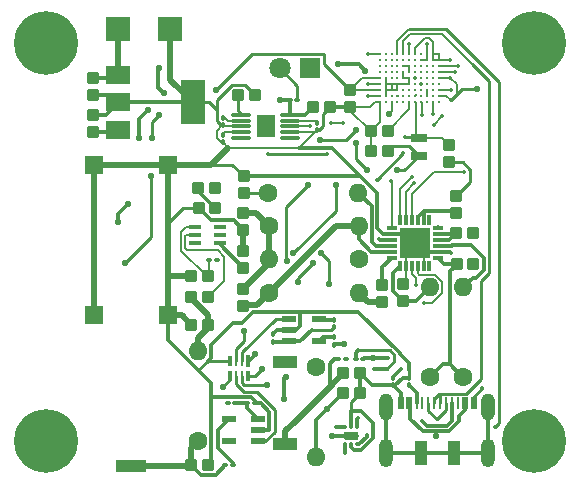
<source format=gtl>
%TF.GenerationSoftware,KiCad,Pcbnew,7.0.5*%
%TF.CreationDate,2023-07-26T15:19:29-04:00*%
%TF.ProjectId,GPSPCB,47505350-4342-42e6-9b69-6361645f7063,00*%
%TF.SameCoordinates,Original*%
%TF.FileFunction,Copper,L1,Top*%
%TF.FilePolarity,Positive*%
%FSLAX46Y46*%
G04 Gerber Fmt 4.6, Leading zero omitted, Abs format (unit mm)*
G04 Created by KiCad (PCBNEW 7.0.5) date 2023-07-26 15:19:29*
%MOMM*%
%LPD*%
G01*
G04 APERTURE LIST*
G04 Aperture macros list*
%AMRoundRect*
0 Rectangle with rounded corners*
0 $1 Rounding radius*
0 $2 $3 $4 $5 $6 $7 $8 $9 X,Y pos of 4 corners*
0 Add a 4 corners polygon primitive as box body*
4,1,4,$2,$3,$4,$5,$6,$7,$8,$9,$2,$3,0*
0 Add four circle primitives for the rounded corners*
1,1,$1+$1,$2,$3*
1,1,$1+$1,$4,$5*
1,1,$1+$1,$6,$7*
1,1,$1+$1,$8,$9*
0 Add four rect primitives between the rounded corners*
20,1,$1+$1,$2,$3,$4,$5,0*
20,1,$1+$1,$4,$5,$6,$7,0*
20,1,$1+$1,$6,$7,$8,$9,0*
20,1,$1+$1,$8,$9,$2,$3,0*%
%AMFreePoly0*
4,1,14,0.100000,0.600000,0.350000,0.600000,0.350000,-0.600000,0.100000,-0.600000,0.100000,-0.650000,-0.100000,-0.650000,-0.100000,-0.600000,-0.350000,-0.600000,-0.350000,0.450000,-0.200000,0.600000,-0.100000,0.600000,-0.100000,0.650000,0.100000,0.650000,0.100000,0.600000,0.100000,0.600000,$1*%
G04 Aperture macros list end*
%TA.AperFunction,SMDPad,CuDef*%
%ADD10RoundRect,0.250000X-0.287500X-0.275000X0.287500X-0.275000X0.287500X0.275000X-0.287500X0.275000X0*%
%TD*%
%TA.AperFunction,SMDPad,CuDef*%
%ADD11RoundRect,0.100000X-0.100000X0.130000X-0.100000X-0.130000X0.100000X-0.130000X0.100000X0.130000X0*%
%TD*%
%TA.AperFunction,ComponentPad*%
%ADD12C,1.600000*%
%TD*%
%TA.AperFunction,ComponentPad*%
%ADD13O,1.600000X1.600000*%
%TD*%
%TA.AperFunction,SMDPad,CuDef*%
%ADD14RoundRect,0.250000X0.275000X-0.287500X0.275000X0.287500X-0.275000X0.287500X-0.275000X-0.287500X0*%
%TD*%
%TA.AperFunction,SMDPad,CuDef*%
%ADD15RoundRect,0.250000X-0.275000X0.287500X-0.275000X-0.287500X0.275000X-0.287500X0.275000X0.287500X0*%
%TD*%
%TA.AperFunction,ComponentPad*%
%ADD16R,1.800000X1.800000*%
%TD*%
%TA.AperFunction,ComponentPad*%
%ADD17C,1.800000*%
%TD*%
%TA.AperFunction,SMDPad,CuDef*%
%ADD18RoundRect,0.100000X-0.130000X-0.100000X0.130000X-0.100000X0.130000X0.100000X-0.130000X0.100000X0*%
%TD*%
%TA.AperFunction,ConnectorPad*%
%ADD19C,5.400000*%
%TD*%
%TA.AperFunction,ComponentPad*%
%ADD20C,3.100000*%
%TD*%
%TA.AperFunction,SMDPad,CuDef*%
%ADD21RoundRect,0.250000X0.287500X0.275000X-0.287500X0.275000X-0.287500X-0.275000X0.287500X-0.275000X0*%
%TD*%
%TA.AperFunction,ComponentPad*%
%ADD22O,1.200000X2.400000*%
%TD*%
%TA.AperFunction,ComponentPad*%
%ADD23O,1.158000X2.316000*%
%TD*%
%TA.AperFunction,SMDPad,CuDef*%
%ADD24R,1.000000X2.000000*%
%TD*%
%TA.AperFunction,SMDPad,CuDef*%
%ADD25R,0.520000X1.000000*%
%TD*%
%TA.AperFunction,SMDPad,CuDef*%
%ADD26R,0.270000X1.000000*%
%TD*%
%TA.AperFunction,SMDPad,CuDef*%
%ADD27R,1.200000X0.600000*%
%TD*%
%TA.AperFunction,SMDPad,CuDef*%
%ADD28O,1.699999X0.299999*%
%TD*%
%TA.AperFunction,SMDPad,CuDef*%
%ADD29R,1.569999X1.879999*%
%TD*%
%TA.AperFunction,SMDPad,CuDef*%
%ADD30R,1.050000X0.400000*%
%TD*%
%TA.AperFunction,SMDPad,CuDef*%
%ADD31R,2.000000X2.000000*%
%TD*%
%TA.AperFunction,SMDPad,CuDef*%
%ADD32R,1.400000X0.700000*%
%TD*%
%TA.AperFunction,SMDPad,CuDef*%
%ADD33R,2.000000X1.000000*%
%TD*%
%TA.AperFunction,SMDPad,CuDef*%
%ADD34RoundRect,0.100000X0.100000X-0.130000X0.100000X0.130000X-0.100000X0.130000X-0.100000X-0.130000X0*%
%TD*%
%TA.AperFunction,SMDPad,CuDef*%
%ADD35R,1.500000X1.500000*%
%TD*%
%TA.AperFunction,SMDPad,CuDef*%
%ADD36R,2.500000X1.000000*%
%TD*%
%TA.AperFunction,SMDPad,CuDef*%
%ADD37FreePoly0,90.000000*%
%TD*%
%TA.AperFunction,SMDPad,CuDef*%
%ADD38RoundRect,0.062500X0.062500X-0.112500X0.062500X0.112500X-0.062500X0.112500X-0.062500X-0.112500X0*%
%TD*%
%TA.AperFunction,SMDPad,CuDef*%
%ADD39R,2.000000X1.500000*%
%TD*%
%TA.AperFunction,SMDPad,CuDef*%
%ADD40R,2.000000X3.800000*%
%TD*%
%TA.AperFunction,SMDPad,CuDef*%
%ADD41R,0.300000X1.000000*%
%TD*%
%TA.AperFunction,SMDPad,CuDef*%
%ADD42R,0.250000X0.950000*%
%TD*%
%TA.AperFunction,SMDPad,CuDef*%
%ADD43R,0.300000X0.950000*%
%TD*%
%TA.AperFunction,SMDPad,CuDef*%
%ADD44R,0.300000X0.850000*%
%TD*%
%TA.AperFunction,SMDPad,CuDef*%
%ADD45R,0.850000X0.300000*%
%TD*%
%TA.AperFunction,SMDPad,CuDef*%
%ADD46R,2.650000X2.650000*%
%TD*%
%TA.AperFunction,SMDPad,CuDef*%
%ADD47C,0.290000*%
%TD*%
%TA.AperFunction,SMDPad,CuDef*%
%ADD48RoundRect,0.100000X0.130000X0.100000X-0.130000X0.100000X-0.130000X-0.100000X0.130000X-0.100000X0*%
%TD*%
%TA.AperFunction,ViaPad*%
%ADD49C,0.700010*%
%TD*%
%TA.AperFunction,ViaPad*%
%ADD50C,0.300010*%
%TD*%
%TA.AperFunction,ViaPad*%
%ADD51C,0.350000*%
%TD*%
%TA.AperFunction,ViaPad*%
%ADD52C,0.550000*%
%TD*%
%TA.AperFunction,Conductor*%
%ADD53C,0.250000*%
%TD*%
%TA.AperFunction,Conductor*%
%ADD54C,0.300000*%
%TD*%
%TA.AperFunction,Conductor*%
%ADD55C,0.500000*%
%TD*%
%TA.AperFunction,Conductor*%
%ADD56C,0.200000*%
%TD*%
%TA.AperFunction,Conductor*%
%ADD57C,0.130000*%
%TD*%
G04 APERTURE END LIST*
D10*
%TO.P,C14,1*%
%TO.N,Net-(IC3-VREG)*%
X71797500Y-59660000D03*
%TO.P,C14,2*%
%TO.N,-BATT*%
X73222500Y-59660000D03*
%TD*%
%TO.P,C9,2*%
%TO.N,-BATT*%
X63645000Y-68895000D03*
%TO.P,C9,1*%
%TO.N,Net-(ANT1-FEED)*%
X62220000Y-68895000D03*
%TD*%
D11*
%TO.P,R5,1*%
%TO.N,Net-(U4-PRE-TERM)*%
X52017500Y-48697500D03*
%TO.P,R5,2*%
%TO.N,-BATT*%
X52017500Y-49337500D03*
%TD*%
D12*
%TO.P,L3,1,1*%
%TO.N,Net-(IC3-VREG)*%
X69530000Y-69230000D03*
D13*
%TO.P,L3,2,2*%
%TO.N,Net-(IC3-VDD_IN)*%
X69530000Y-61610000D03*
%TD*%
D14*
%TO.P,C18,1*%
%TO.N,Net-(IC3-VDD_IN)*%
X67280000Y-62782500D03*
%TO.P,C18,2*%
%TO.N,-BATT*%
X67280000Y-61357500D03*
%TD*%
D15*
%TO.P,C15,1*%
%TO.N,+1V1*%
X62810000Y-44895000D03*
%TO.P,C15,2*%
%TO.N,-BATT*%
X62810000Y-46320000D03*
%TD*%
D16*
%TO.P,D2,1,K*%
%TO.N,Net-(D2-K)*%
X59357500Y-43052500D03*
D17*
%TO.P,D2,2,A*%
%TO.N,Net-(D2-A)*%
X56817500Y-43052500D03*
%TD*%
D18*
%TO.P,R14,1*%
%TO.N,ANTOUT*%
X52210000Y-76670000D03*
%TO.P,R14,2*%
%TO.N,Net-(IC5-IN-)*%
X52850000Y-76670000D03*
%TD*%
D19*
%TO.P,H4,1*%
%TO.N,N/C*%
X37010000Y-74660000D03*
D20*
X37010000Y-74660000D03*
%TD*%
D14*
%TO.P,C19,1*%
%TO.N,-BATT*%
X53750000Y-56765000D03*
%TO.P,C19,2*%
%TO.N,Net-(C13-Pad1)*%
X53750000Y-55340000D03*
%TD*%
D21*
%TO.P,C4,1*%
%TO.N,CrystalB*%
X65975000Y-50090000D03*
%TO.P,C4,2*%
%TO.N,-BATT*%
X64550000Y-50090000D03*
%TD*%
D22*
%TO.P,J1,S6,SHIELD*%
%TO.N,unconnected-(J1-SHIELD-PadS1)*%
X74480000Y-75600000D03*
%TO.P,J1,S5,SHIELD*%
X65840000Y-75600000D03*
D23*
%TO.P,J1,S4,SHIELD*%
X74480000Y-71775000D03*
%TO.P,J1,S3,SHIELD*%
X65840000Y-71775000D03*
D24*
%TO.P,J1,S2,SHIELD*%
X71560000Y-75600000D03*
%TO.P,J1,S1,SHIELD*%
X68760000Y-75600000D03*
D25*
%TO.P,J1,12,GND*%
%TO.N,-BATT*%
X73260000Y-71400000D03*
%TO.P,J1,11,VBUS*%
%TO.N,BATTICIN*%
X72510000Y-71400000D03*
D26*
%TO.P,J1,10,SBU1*%
%TO.N,unconnected-(J1-SBU1-Pad10)*%
X71910000Y-71400000D03*
%TO.P,J1,9,CC2*%
%TO.N,Net-(J1-CC2)*%
X71410000Y-71400000D03*
%TO.P,J1,8,D-*%
%TO.N,D-*%
X70910000Y-71400000D03*
%TO.P,J1,7,D+*%
%TO.N,D+*%
X70410000Y-71400000D03*
%TO.P,J1,6,D+*%
X69910000Y-71400000D03*
%TO.P,J1,5,D-*%
%TO.N,D-*%
X69410000Y-71400000D03*
%TO.P,J1,4,SBU2*%
%TO.N,unconnected-(J1-SBU2-Pad4)*%
X68910000Y-71400000D03*
%TO.P,J1,3,CC1*%
%TO.N,Net-(J1-CC1)*%
X68410000Y-71400000D03*
D25*
%TO.P,J1,2,VBUS*%
%TO.N,BATTICIN*%
X67810000Y-71400000D03*
%TO.P,J1,1,GND*%
%TO.N,-BATT*%
X67060000Y-71400000D03*
%TD*%
D15*
%TO.P,C16,1*%
%TO.N,Net-(IC3-VR_PA)*%
X65510000Y-61415000D03*
%TO.P,C16,2*%
%TO.N,Net-(C16-Pad2)*%
X65510000Y-62840000D03*
%TD*%
D12*
%TO.P,L2,1,1*%
%TO.N,Net-(IC3-RFO)*%
X55890000Y-62080000D03*
D13*
%TO.P,L2,2,2*%
%TO.N,Net-(C16-Pad2)*%
X63510000Y-62080000D03*
%TD*%
D11*
%TO.P,R9,1*%
%TO.N,+1V1*%
X61380000Y-64355000D03*
%TO.P,R9,2*%
%TO.N,Net-(IC2-IN+)*%
X61380000Y-64995000D03*
%TD*%
%TO.P,R4,1*%
%TO.N,Net-(U4-ISET)*%
X52017500Y-47232500D03*
%TO.P,R4,2*%
%TO.N,-BATT*%
X52017500Y-47872500D03*
%TD*%
D27*
%TO.P,IC2,5,V+*%
%TO.N,+1V1*%
X60120000Y-64280000D03*
%TO.P,IC2,4,IN-*%
%TO.N,Net-(IC2-IN-)*%
X60120000Y-66180000D03*
%TO.P,IC2,3,IN+*%
%TO.N,Net-(IC2-IN+)*%
X57620000Y-66180000D03*
%TO.P,IC2,2,V-*%
%TO.N,-BATT*%
X57620000Y-65230000D03*
%TO.P,IC2,1,OUT*%
%TO.N,OP1_OUT*%
X57620000Y-64280000D03*
%TD*%
D28*
%TO.P,U4,1,IN*%
%TO.N,BATTICIN*%
X53577502Y-46992499D03*
%TO.P,U4,2,ISET*%
%TO.N,Net-(U4-ISET)*%
X53577502Y-47492498D03*
%TO.P,U4,3,VSS*%
%TO.N,-BATT*%
X53577502Y-47992500D03*
%TO.P,U4,4,PRE-TERM*%
%TO.N,Net-(U4-PRE-TERM)*%
X53577502Y-48492499D03*
%TO.P,U4,5,PG_N*%
%TO.N,unconnected-(U4-PG_N-Pad5)*%
X53577502Y-48992501D03*
%TO.P,U4,6,NC*%
%TO.N,unconnected-(U4-NC-Pad6)*%
X57677501Y-48992501D03*
%TO.P,U4,7,ISET2*%
%TO.N,-BATT*%
X57677501Y-48492499D03*
%TO.P,U4,8,CHG_N*%
%TO.N,Net-(D2-K)*%
X57677501Y-47992500D03*
%TO.P,U4,9,TS*%
%TO.N,Net-(U4-TS)*%
X57677501Y-47492498D03*
%TO.P,U4,10,OUT*%
%TO.N,+1V0*%
X57677501Y-46992499D03*
D29*
%TO.P,U4,11,PAD*%
%TO.N,unconnected-(U4-PAD-Pad11)*%
X55627500Y-47992500D03*
%TD*%
D18*
%TO.P,R7,1*%
%TO.N,+1V0*%
X57667500Y-45752500D03*
%TO.P,R7,2*%
%TO.N,Net-(D2-A)*%
X58307500Y-45752500D03*
%TD*%
D27*
%TO.P,IC5,1,OUT*%
%TO.N,OutDelayed*%
X55020000Y-74650000D03*
%TO.P,IC5,2,V-*%
%TO.N,-BATT*%
X55020000Y-73700000D03*
%TO.P,IC5,3,IN+*%
%TO.N,Net-(IC5-IN+)*%
X55020000Y-72750000D03*
%TO.P,IC5,4,IN-*%
%TO.N,Net-(IC5-IN-)*%
X52520000Y-72750000D03*
%TO.P,IC5,5,V+*%
%TO.N,+1V1*%
X52520000Y-74650000D03*
%TD*%
D30*
%TO.P,IC4,1,RF1*%
%TO.N,RF1*%
X51740000Y-57820000D03*
%TO.P,IC4,2,GND*%
%TO.N,-BATT*%
X51740000Y-57170000D03*
%TO.P,IC4,3,RF2*%
%TO.N,RF2*%
X51740000Y-56520000D03*
%TO.P,IC4,4,CTRL*%
%TO.N,Net-(IC4-CTRL)*%
X49640000Y-56520000D03*
%TO.P,IC4,5,RFC*%
%TO.N,Net-(IC4-RFC)*%
X49640000Y-57170000D03*
%TO.P,IC4,6,~{CTRL_OR_VDD}*%
%TO.N,+1V5*%
X49640000Y-57820000D03*
%TD*%
D11*
%TO.P,R6,1*%
%TO.N,Net-(U4-TS)*%
X59970000Y-47670000D03*
%TO.P,R6,2*%
%TO.N,-BATT*%
X59970000Y-48310000D03*
%TD*%
D31*
%TO.P,TP2,1,1*%
%TO.N,-BATT*%
X47540000Y-39710000D03*
%TD*%
D14*
%TO.P,C12,1*%
%TO.N,Net-(IC3-BUSY)*%
X71770000Y-55280000D03*
%TO.P,C12,2*%
%TO.N,-BATT*%
X71770000Y-53855000D03*
%TD*%
D21*
%TO.P,C23,1*%
%TO.N,RF2*%
X51385000Y-54890000D03*
%TO.P,C23,2*%
%TO.N,-BATT*%
X49960000Y-54890000D03*
%TD*%
D15*
%TO.P,C5,1*%
%TO.N,CrystalA*%
X71160000Y-49570000D03*
%TO.P,C5,2*%
%TO.N,-BATT*%
X71160000Y-50995000D03*
%TD*%
D20*
%TO.P,H2,1*%
%TO.N,N/C*%
X78370000Y-40940000D03*
D19*
X78370000Y-40940000D03*
%TD*%
D12*
%TO.P,Le,1,1*%
%TO.N,RF1*%
X63510000Y-59200000D03*
D13*
%TO.P,Le,2,2*%
%TO.N,Net-(C13-Pad1)*%
X55890000Y-59200000D03*
%TD*%
D12*
%TO.P,L7,1,1*%
%TO.N,Net-(IC3-RFI_P)*%
X55870000Y-53590000D03*
D13*
%TO.P,L7,2,2*%
%TO.N,Net-(IC3-RFI_N)*%
X63490000Y-53590000D03*
%TD*%
D32*
%TO.P,Y2,1,1*%
%TO.N,CrystalA*%
X68610000Y-48950000D03*
%TO.P,Y2,2,2*%
%TO.N,CrystalB*%
X68610000Y-50450000D03*
%TD*%
D33*
%TO.P,ANT1,2,NC*%
%TO.N,unconnected-(ANT1-NC-Pad2)*%
X57307500Y-67915000D03*
%TO.P,ANT1,1,FEED*%
%TO.N,Net-(ANT1-FEED)*%
X57307500Y-74915000D03*
%TD*%
D12*
%TO.P,L4,1,1*%
%TO.N,Net-(IC3-VREG)*%
X72374315Y-69240000D03*
D13*
%TO.P,L4,2,2*%
%TO.N,Net-(IC3-DCC_SW)*%
X72374315Y-61620000D03*
%TD*%
D14*
%TO.P,C21,1*%
%TO.N,Net-(IC3-RFI_P)*%
X53780000Y-53600000D03*
%TO.P,C21,2*%
%TO.N,-BATT*%
X53780000Y-52175000D03*
%TD*%
D21*
%TO.P,C22,1*%
%TO.N,Net-(IC3-RFI_N)*%
X51340000Y-53200000D03*
%TO.P,C22,2*%
%TO.N,RF2*%
X49915000Y-53200000D03*
%TD*%
D13*
%TO.P,L1,2,2*%
%TO.N,+1V0*%
X59907500Y-75995000D03*
D12*
%TO.P,L1,1,1*%
%TO.N,Net-(U2-VCC)*%
X59907500Y-68375000D03*
%TD*%
D15*
%TO.P,C6,1*%
%TO.N,+1V0*%
X40980000Y-43920000D03*
%TO.P,C6,2*%
%TO.N,-BATT*%
X40980000Y-45345000D03*
%TD*%
D18*
%TO.P,R16,2*%
%TO.N,-BATT*%
X54710000Y-71440000D03*
%TO.P,R16,1*%
%TO.N,Net-(IC5-IN+)*%
X54070000Y-71440000D03*
%TD*%
D34*
%TO.P,R10,2*%
%TO.N,-BATT*%
X56280000Y-65560000D03*
%TO.P,R10,1*%
%TO.N,Net-(IC2-IN+)*%
X56280000Y-66200000D03*
%TD*%
D35*
%TO.P,ANT2,1,1*%
%TO.N,-BATT*%
X47340000Y-51220000D03*
%TO.P,ANT2,2,2*%
X41120000Y-51220000D03*
%TO.P,ANT2,3,3*%
X47340000Y-63980000D03*
%TO.P,ANT2,4,4*%
X41120000Y-63980000D03*
D36*
%TO.P,ANT2,5,FEED*%
%TO.N,ANTOUT*%
X44230000Y-76730000D03*
%TD*%
D34*
%TO.P,R2,2*%
%TO.N,Net-(J1-CC2)*%
X66440000Y-69260000D03*
%TO.P,R2,1*%
%TO.N,-BATT*%
X66440000Y-69900000D03*
%TD*%
D37*
%TO.P,U2,7,EP*%
%TO.N,Net-(U2-EP)*%
X62867500Y-74165000D03*
D38*
%TO.P,U2,6,VCC*%
%TO.N,Net-(U2-VCC)*%
X62367500Y-73440000D03*
%TO.P,U2,5,GND*%
%TO.N,-BATT*%
X62867500Y-73440000D03*
%TO.P,U2,4,RFOUT*%
%TO.N,LNA_OUT*%
X63367500Y-73440000D03*
%TO.P,U2,3,RFIN*%
%TO.N,Net-(ANT1-FEED)*%
X63367500Y-74890000D03*
%TO.P,U2,2,GND*%
%TO.N,-BATT*%
X62867500Y-74890000D03*
%TO.P,U2,1,VENABLE*%
%TO.N,Net-(U2-VENABLE)*%
X62367500Y-74890000D03*
%TD*%
D10*
%TO.P,C8,2*%
%TO.N,-BATT*%
X63642500Y-70515000D03*
%TO.P,C8,1*%
%TO.N,+1V0*%
X62217500Y-70515000D03*
%TD*%
D39*
%TO.P,U3,1,IN*%
%TO.N,+1V0*%
X43150000Y-43650000D03*
%TO.P,U3,2,GND*%
%TO.N,-BATT*%
X43150000Y-45950000D03*
D40*
X49450000Y-45950000D03*
D39*
%TO.P,U3,3,OUT*%
%TO.N,+1V5*%
X43150000Y-48250000D03*
%TD*%
D41*
%TO.P,IC6,1,1A*%
%TO.N,LNA_OUT*%
X54140000Y-67875000D03*
D42*
%TO.P,IC6,2,1B*%
%TO.N,OP1_OUT*%
X53640000Y-67850000D03*
%TO.P,IC6,3,2Y*%
%TO.N,SLEEP*%
X53140000Y-67850000D03*
D43*
%TO.P,IC6,4,GND*%
%TO.N,-BATT*%
X52640000Y-67850000D03*
%TO.P,IC6,5,2A*%
%TO.N,ANTOUT*%
X52640000Y-69100000D03*
D42*
%TO.P,IC6,6,2B*%
%TO.N,OutDelayed*%
X53140000Y-69100000D03*
%TO.P,IC6,7,1Y*%
%TO.N,LNA_IN*%
X53640000Y-69100000D03*
D43*
%TO.P,IC6,8,VCC*%
%TO.N,+1V5*%
X54140000Y-69100000D03*
%TD*%
D21*
%TO.P,C10,1*%
%TO.N,-BATT*%
X61060000Y-46320000D03*
%TO.P,C10,2*%
%TO.N,+1V0*%
X59635000Y-46320000D03*
%TD*%
D44*
%TO.P,IC3,1,VDD_IN*%
%TO.N,Net-(IC3-VDD_IN)*%
X67000000Y-59820000D03*
%TO.P,IC3,2,GND_1*%
%TO.N,-BATT*%
X67500000Y-59820000D03*
%TO.P,IC3,3,XTA*%
%TO.N,CrystalA*%
X68000000Y-59820000D03*
%TO.P,IC3,4,XTB*%
%TO.N,CrystalB*%
X68500000Y-59820000D03*
%TO.P,IC3,5,GND_2*%
%TO.N,-BATT*%
X69000000Y-59820000D03*
%TO.P,IC3,6,DIO3*%
%TO.N,DIO3*%
X69500000Y-59820000D03*
D45*
%TO.P,IC3,7,VREG*%
%TO.N,Net-(IC3-VREG)*%
X70200000Y-59120000D03*
%TO.P,IC3,8,GND_3*%
%TO.N,-BATT*%
X70200000Y-58620000D03*
%TO.P,IC3,9,DCC_SW*%
%TO.N,Net-(IC3-DCC_SW)*%
X70200000Y-58120000D03*
%TO.P,IC3,10,VBAT*%
%TO.N,Net-(IC3-VBAT)*%
X70200000Y-57620000D03*
%TO.P,IC3,11,VBAT_IO*%
X70200000Y-57120000D03*
%TO.P,IC3,12,DIO2*%
%TO.N,DIO2*%
X70200000Y-56620000D03*
D44*
%TO.P,IC3,13,DIO1*%
%TO.N,DIO1*%
X69500000Y-55920000D03*
%TO.P,IC3,14,BUSY*%
%TO.N,Net-(IC3-BUSY)*%
X69000000Y-55920000D03*
%TO.P,IC3,15,NRESET*%
X68500000Y-55920000D03*
%TO.P,IC3,16,MISO*%
%TO.N,MISO*%
X68000000Y-55920000D03*
%TO.P,IC3,17,MOSI*%
%TO.N,MOSI*%
X67500000Y-55920000D03*
%TO.P,IC3,18,SCK*%
%TO.N,SPICLK*%
X67000000Y-55920000D03*
D45*
%TO.P,IC3,19,NSS*%
%TO.N,NSS*%
X66300000Y-56620000D03*
%TO.P,IC3,20,GND_4*%
%TO.N,-BATT*%
X66300000Y-57120000D03*
%TO.P,IC3,21,RFI_P*%
%TO.N,Net-(IC3-RFI_P)*%
X66300000Y-57620000D03*
%TO.P,IC3,22,RFI_N*%
%TO.N,Net-(IC3-RFI_N)*%
X66300000Y-58120000D03*
%TO.P,IC3,23,RFO*%
%TO.N,Net-(IC3-RFO)*%
X66300000Y-58620000D03*
%TO.P,IC3,24,VR_PA*%
%TO.N,Net-(IC3-VR_PA)*%
X66300000Y-59120000D03*
D46*
%TO.P,IC3,25,GND_5*%
%TO.N,-BATT*%
X68250000Y-57870000D03*
%TD*%
D20*
%TO.P,H3,1*%
%TO.N,N/C*%
X78360000Y-74660000D03*
D19*
X78360000Y-74660000D03*
%TD*%
D12*
%TO.P,L8,1,1*%
%TO.N,ANTOUT*%
X49910000Y-74630000D03*
D13*
%TO.P,L8,2,2*%
%TO.N,Net-(C24-Pad2)*%
X49910000Y-67010000D03*
%TD*%
D14*
%TO.P,C7,1*%
%TO.N,+1V5*%
X40980000Y-48425000D03*
%TO.P,C7,2*%
%TO.N,-BATT*%
X40980000Y-47000000D03*
%TD*%
D21*
%TO.P,C11,1*%
%TO.N,-BATT*%
X54710000Y-45292500D03*
%TO.P,C11,2*%
%TO.N,BATTICIN*%
X53285000Y-45292500D03*
%TD*%
%TO.P,C25,1*%
%TO.N,Net-(C24-Pad2)*%
X50775000Y-64810000D03*
%TO.P,C25,2*%
%TO.N,-BATT*%
X49350000Y-64810000D03*
%TD*%
D20*
%TO.P,H1,1*%
%TO.N,N/C*%
X37030000Y-40940000D03*
D19*
X37030000Y-40940000D03*
%TD*%
D47*
%TO.P,IC1,A1,VINM_1*%
%TO.N,+1V0*%
X70290000Y-41890000D03*
%TO.P,IC1,A2,VINM_2*%
X70290000Y-42390000D03*
%TO.P,IC1,A3,SPI_CLK*%
%TO.N,SPICLK*%
X70290000Y-42890000D03*
%TO.P,IC1,A4,SPI_CSN*%
%TO.N,NSS*%
X70290000Y-43390000D03*
%TO.P,IC1,A5,VINL1*%
%TO.N,+1V0*%
X70290000Y-43890000D03*
%TO.P,IC1,A6,VOL1*%
%TO.N,unconnected-(IC1-VOL1-PadA6)*%
X70290000Y-44390000D03*
%TO.P,IC1,A7,GND_1*%
%TO.N,-BATT*%
X70290000Y-44890000D03*
%TO.P,IC1,A8,VINB*%
%TO.N,+1V0*%
X70290000Y-45390000D03*
%TO.P,IC1,A9,VOB*%
%TO.N,unconnected-(IC1-VOB-PadA9)*%
X70290000Y-45890000D03*
%TO.P,IC1,B1,VLX_1*%
%TO.N,+1V0*%
X69790000Y-41890000D03*
%TO.P,IC1,B2,VLX_2*%
X69790000Y-42390000D03*
%TO.P,IC1,B3,SPI_DI*%
%TO.N,MISO*%
X69790000Y-42890000D03*
%TO.P,IC1,B4,UART0__TX_1*%
%TO.N,unconnected-(IC1-UART0__TX_1-PadB4)*%
X69790000Y-43390000D03*
%TO.P,IC1,B5,UART0__CTS*%
%TO.N,unconnected-(IC1-UART0__CTS-PadB5)*%
X69790000Y-43890000D03*
%TO.P,IC1,B6,UART2__RX*%
%TO.N,unconnected-(IC1-UART2__RX-PadB6)*%
X69790000Y-44390000D03*
%TO.P,IC1,B7,GPIO1*%
%TO.N,unconnected-(IC1-GPIO1-PadB7)*%
X69790000Y-44890000D03*
%TO.P,IC1,B8,GPIO0*%
%TO.N,unconnected-(IC1-GPIO0-PadB8)*%
X69790000Y-45390000D03*
%TO.P,IC1,B9,GND_2*%
%TO.N,-BATT*%
X69790000Y-45890000D03*
%TO.P,IC1,C1,GND_3*%
X69290000Y-41890000D03*
%TO.P,IC1,C2,GND_4*%
X69290000Y-42390000D03*
%TO.P,IC1,C3,SPI_DO*%
%TO.N,MOSI*%
X69290000Y-42890000D03*
%TO.P,IC1,C4,VDDIO__R1*%
%TO.N,+1V5*%
X69290000Y-43390000D03*
%TO.P,IC1,C5,UART2__TX*%
%TO.N,unconnected-(IC1-UART2__TX-PadC5)*%
X69290000Y-43890000D03*
%TO.P,IC1,C6,UART0__RTS*%
%TO.N,unconnected-(IC1-UART0__RTS-PadC6)*%
X69290000Y-44390000D03*
%TO.P,IC1,C7,VDD_SQI*%
%TO.N,+1V5*%
X69290000Y-44890000D03*
%TO.P,IC1,C8,VDD__ADC*%
X69290000Y-45390000D03*
%TO.P,IC1,C9,RESERVED*%
%TO.N,unconnected-(IC1-RESERVED-PadC9)*%
X69290000Y-45890000D03*
%TO.P,IC1,D1,VOM*%
%TO.N,unconnected-(IC1-VOM-PadD1)*%
X68790000Y-41890000D03*
%TO.P,IC1,D2,GND_5*%
%TO.N,-BATT*%
X68790000Y-42390000D03*
%TO.P,IC1,D3,TMS*%
%TO.N,unconnected-(IC1-TMS-PadD3)*%
X68790000Y-42890000D03*
%TO.P,IC1,D4,UART0__DSR*%
%TO.N,unconnected-(IC1-UART0__DSR-PadD4)*%
X68790000Y-43390000D03*
%TO.P,IC1,D5,UART0__DTR*%
%TO.N,unconnected-(IC1-UART0__DTR-PadD5)*%
X68790000Y-43890000D03*
%TO.P,IC1,D6,GND_6*%
%TO.N,-BATT*%
X68790000Y-44390000D03*
%TO.P,IC1,D7,ADC_IN2*%
%TO.N,unconnected-(IC1-ADC_IN2-PadD7)*%
X68790000Y-44890000D03*
%TO.P,IC1,D8,GND_7*%
%TO.N,-BATT*%
X68790000Y-45390000D03*
%TO.P,IC1,D9,RTC_XTO*%
%TO.N,CrystalB*%
X68790000Y-45890000D03*
%TO.P,IC1,E1,VDD_ANA*%
%TO.N,+1V0*%
X68290000Y-41890000D03*
%TO.P,IC1,E2,TDO*%
%TO.N,unconnected-(IC1-TDO-PadE2)*%
X68290000Y-42390000D03*
%TO.P,IC1,E3,TRSTN*%
%TO.N,unconnected-(IC1-TRSTN-PadE3)*%
X68290000Y-42890000D03*
%TO.P,IC1,E4,UART0__DCD*%
%TO.N,unconnected-(IC1-UART0__DCD-PadE4)*%
X68290000Y-43390000D03*
%TO.P,IC1,E5,VDDD_1*%
%TO.N,+1V1*%
X68290000Y-43890000D03*
%TO.P,IC1,E6,UART0__RX_1*%
%TO.N,unconnected-(IC1-UART0__RX_1-PadE6)*%
X68290000Y-44390000D03*
%TO.P,IC1,E7,ADC_IN1*%
%TO.N,unconnected-(IC1-ADC_IN1-PadE7)*%
X68290000Y-44890000D03*
%TO.P,IC1,E8,WAKEUP0*%
%TO.N,LNA_OUT*%
X68290000Y-45390000D03*
%TO.P,IC1,E9,RTC_XTI*%
%TO.N,CrystalA*%
X68290000Y-45890000D03*
%TO.P,IC1,F1,GND_8*%
%TO.N,-BATT*%
X67790000Y-41890000D03*
%TO.P,IC1,F2,TDI*%
%TO.N,unconnected-(IC1-TDI-PadF2)*%
X67790000Y-42390000D03*
%TO.P,IC1,F3,VDDD_2*%
%TO.N,+1V1*%
X67790000Y-42890000D03*
%TO.P,IC1,F4,VDDD_3*%
X67790000Y-43390000D03*
%TO.P,IC1,F5,GND_9*%
%TO.N,-BATT*%
X67790000Y-43890000D03*
%TO.P,IC1,F6,GND_10*%
X67790000Y-44390000D03*
%TO.P,IC1,F7,WAKEUP1*%
%TO.N,unconnected-(IC1-WAKEUP1-PadF7)*%
X67790000Y-44890000D03*
%TO.P,IC1,F8,STDBYN*%
%TO.N,SLEEP*%
X67790000Y-45390000D03*
%TO.P,IC1,F9,RSTN*%
%TO.N,Net-(IC1-RSTN)*%
X67790000Y-45890000D03*
%TO.P,IC1,G1,USB_DP*%
%TO.N,D+*%
X67290000Y-41890000D03*
%TO.P,IC1,G2,TCK*%
%TO.N,unconnected-(IC1-TCK-PadG2)*%
X67290000Y-42390000D03*
%TO.P,IC1,G3,VDDD_4*%
%TO.N,+1V1*%
X67290000Y-42890000D03*
%TO.P,IC1,G4,GND_11*%
%TO.N,-BATT*%
X67290000Y-43390000D03*
%TO.P,IC1,G5,GND_12*%
X67290000Y-43890000D03*
%TO.P,IC1,G6,GND_13*%
X67290000Y-44390000D03*
%TO.P,IC1,G7,STDBY__OUT*%
%TO.N,unconnected-(IC1-STDBY__OUT-PadG7)*%
X67290000Y-44890000D03*
%TO.P,IC1,G8,PMU__CFG*%
%TO.N,unconnected-(IC1-PMU__CFG-PadG8)*%
X67290000Y-45390000D03*
%TO.P,IC1,G9,XTAL__OUT*%
%TO.N,unconnected-(IC1-XTAL__OUT-PadG9)*%
X67290000Y-45890000D03*
%TO.P,IC1,H1,USB_DM*%
%TO.N,D-*%
X66790000Y-41890000D03*
%TO.P,IC1,H2,GPIO10*%
%TO.N,unconnected-(IC1-GPIO10-PadH2)*%
X66790000Y-42390000D03*
%TO.P,IC1,H3,MMC_D3*%
%TO.N,unconnected-(IC1-MMC_D3-PadH3)*%
X66790000Y-42890000D03*
%TO.P,IC1,H4,MMC__CLK*%
%TO.N,unconnected-(IC1-MMC__CLK-PadH4)*%
X66790000Y-43390000D03*
%TO.P,IC1,H5,TP_IF_N*%
%TO.N,unconnected-(IC1-TP_IF_N-PadH5)*%
X66790000Y-43890000D03*
%TO.P,IC1,H6,GND_14*%
%TO.N,-BATT*%
X66790000Y-44390000D03*
%TO.P,IC1,H7,GND_15*%
X66790000Y-44890000D03*
%TO.P,IC1,H8,VCC_PLL*%
%TO.N,+1V1*%
X66790000Y-45390000D03*
%TO.P,IC1,H9,XTAL_IN*%
%TO.N,unconnected-(IC1-XTAL_IN-PadH9)*%
X66790000Y-45890000D03*
%TO.P,IC1,J1,UART0__TX_2*%
%TO.N,unconnected-(IC1-UART0__TX_2-PadJ1)*%
X66290000Y-41890000D03*
%TO.P,IC1,J2,GPIO11*%
%TO.N,unconnected-(IC1-GPIO11-PadJ2)*%
X66290000Y-42390000D03*
%TO.P,IC1,J3,MMC_D2*%
%TO.N,unconnected-(IC1-MMC_D2-PadJ3)*%
X66290000Y-42890000D03*
%TO.P,IC1,J4,MMC__CMD*%
%TO.N,unconnected-(IC1-MMC__CMD-PadJ4)*%
X66290000Y-43390000D03*
%TO.P,IC1,J5,TP_IF_P*%
%TO.N,unconnected-(IC1-TP_IF_P-PadJ5)*%
X66290000Y-43890000D03*
%TO.P,IC1,J6,GND_16*%
%TO.N,-BATT*%
X66290000Y-44390000D03*
%TO.P,IC1,J7,GND_17*%
X66290000Y-44890000D03*
%TO.P,IC1,J8,ANT__SENSE2*%
%TO.N,unconnected-(IC1-ANT__SENSE2-PadJ8)*%
X66290000Y-45390000D03*
%TO.P,IC1,J9,VCC_CHAIN*%
%TO.N,+1V1*%
X66290000Y-45890000D03*
%TO.P,IC1,K1,UART0__RX_2*%
%TO.N,unconnected-(IC1-UART0__RX_2-PadK1)*%
X65790000Y-41890000D03*
%TO.P,IC1,K2,VDDIO__R2*%
%TO.N,unconnected-(IC1-VDDIO__R2-PadK2)*%
X65790000Y-42390000D03*
%TO.P,IC1,K3,GPIO2*%
%TO.N,unconnected-(IC1-GPIO2-PadK3)*%
X65790000Y-42890000D03*
%TO.P,IC1,K4,MMC_D1*%
%TO.N,unconnected-(IC1-MMC_D1-PadK4)*%
X65790000Y-43390000D03*
%TO.P,IC1,K5,GND_18*%
%TO.N,-BATT*%
X65790000Y-43890000D03*
%TO.P,IC1,K6,GND_19*%
X65790000Y-44390000D03*
%TO.P,IC1,K7,GND_20*%
X65790000Y-44890000D03*
%TO.P,IC1,K8,GND_LNA*%
X65790000Y-45390000D03*
%TO.P,IC1,K9,ANT__SENSE1*%
%TO.N,unconnected-(IC1-ANT__SENSE1-PadK9)*%
X65790000Y-45890000D03*
%TO.P,IC1,L1,GND_21*%
%TO.N,-BATT*%
X65290000Y-41890000D03*
%TO.P,IC1,L2,I2C_SD*%
%TO.N,unconnected-(IC1-I2C_SD-PadL2)*%
X65290000Y-42390000D03*
%TO.P,IC1,L3,I2C_CLK*%
%TO.N,unconnected-(IC1-I2C_CLK-PadL3)*%
X65290000Y-42890000D03*
%TO.P,IC1,L4,MMC_D0*%
%TO.N,unconnected-(IC1-MMC_D0-PadL4)*%
X65290000Y-43390000D03*
%TO.P,IC1,L5,VCC_RF*%
%TO.N,+1V1*%
X65290000Y-43890000D03*
%TO.P,IC1,L6,LNA_IN*%
%TO.N,LNA_IN*%
X65290000Y-44390000D03*
%TO.P,IC1,L7,VOL2*%
%TO.N,+1V1*%
X65290000Y-44890000D03*
%TO.P,IC1,L8,VINL2*%
%TO.N,+1V0*%
X65290000Y-45390000D03*
%TO.P,IC1,L9,GND_22*%
%TO.N,-BATT*%
X65290000Y-45890000D03*
%TD*%
D21*
%TO.P,C24,1*%
%TO.N,Net-(IC4-RFC)*%
X50770000Y-62420000D03*
%TO.P,C24,2*%
%TO.N,Net-(C24-Pad2)*%
X49345000Y-62420000D03*
%TD*%
D18*
%TO.P,R3,2*%
%TO.N,+1V0*%
X63890000Y-67695000D03*
%TO.P,R3,1*%
%TO.N,Net-(U2-VENABLE)*%
X63250000Y-67695000D03*
%TD*%
%TO.P,R15,2*%
%TO.N,Net-(IC5-IN+)*%
X53070000Y-71440000D03*
%TO.P,R15,1*%
%TO.N,+1V1*%
X52430000Y-71440000D03*
%TD*%
D15*
%TO.P,C13,1*%
%TO.N,Net-(C13-Pad1)*%
X53730000Y-61730000D03*
%TO.P,C13,2*%
%TO.N,Net-(IC3-RFO)*%
X53730000Y-63155000D03*
%TD*%
D21*
%TO.P,Ce,1*%
%TO.N,Net-(IC1-RSTN)*%
X65965000Y-48370000D03*
%TO.P,Ce,2*%
%TO.N,-BATT*%
X64540000Y-48370000D03*
%TD*%
%TO.P,C27,1*%
%TO.N,Net-(IC4-CTRL)*%
X50770000Y-60660000D03*
%TO.P,C27,2*%
%TO.N,-BATT*%
X49345000Y-60660000D03*
%TD*%
D34*
%TO.P,R11,2*%
%TO.N,Net-(IC2-IN-)*%
X61380000Y-65835000D03*
%TO.P,R11,1*%
%TO.N,LNA_OUT*%
X61380000Y-66475000D03*
%TD*%
D10*
%TO.P,C26,1*%
%TO.N,ANTOUT*%
X49347500Y-76620000D03*
%TO.P,C26,2*%
%TO.N,-BATT*%
X50772500Y-76620000D03*
%TD*%
D18*
%TO.P,R12,1*%
%TO.N,Net-(IC4-CTRL)*%
X50835000Y-59270000D03*
%TO.P,R12,2*%
%TO.N,DIO2*%
X51475000Y-59270000D03*
%TD*%
D31*
%TO.P,TP1,1,1*%
%TO.N,+1V0*%
X43130000Y-39700000D03*
%TD*%
D48*
%TO.P,R1,2*%
%TO.N,Net-(ANT1-FEED)*%
X61770000Y-67685000D03*
%TO.P,R1,1*%
%TO.N,Net-(U2-EP)*%
X62410000Y-67685000D03*
%TD*%
D15*
%TO.P,C20,1*%
%TO.N,-BATT*%
X53750000Y-58572500D03*
%TO.P,C20,2*%
%TO.N,RF1*%
X53750000Y-59997500D03*
%TD*%
D12*
%TO.P,L5,1,1*%
%TO.N,Net-(C13-Pad1)*%
X55880000Y-56410000D03*
D13*
%TO.P,L5,2,2*%
%TO.N,Net-(IC3-RFO)*%
X63500000Y-56410000D03*
%TD*%
D21*
%TO.P,C17,1*%
%TO.N,-BATT*%
X73200000Y-57040000D03*
%TO.P,C17,2*%
%TO.N,Net-(IC3-VBAT)*%
X71775000Y-57040000D03*
%TD*%
D11*
%TO.P,R8,1*%
%TO.N,-BATT*%
X67770000Y-69265000D03*
%TO.P,R8,2*%
%TO.N,Net-(J1-CC1)*%
X67770000Y-69905000D03*
%TD*%
D49*
%TO.N,Net-(D2-K)*%
X59350000Y-43060000D03*
%TO.N,Net-(D2-A)*%
X56820000Y-43050000D03*
%TO.N,Net-(IC3-VDD_IN)*%
X69530000Y-61600000D03*
%TO.N,Net-(IC3-RFI_N)*%
X63490000Y-53590000D03*
%TO.N,Net-(IC3-RFO)*%
X63500000Y-56410000D03*
%TO.N,Net-(IC3-RFI_P)*%
X55870000Y-53590000D03*
%TO.N,Net-(C13-Pad1)*%
X55880000Y-56410000D03*
X55890000Y-59200000D03*
%TO.N,RF1*%
X63510000Y-59190000D03*
%TO.N,Net-(C16-Pad2)*%
X63510000Y-62070000D03*
%TO.N,Net-(IC3-RFO)*%
X55890000Y-62080000D03*
%TO.N,Net-(C24-Pad2)*%
X49910000Y-67010000D03*
%TO.N,ANTOUT*%
X49910000Y-74630000D03*
%TO.N,Net-(U2-VCC)*%
X59900000Y-68370000D03*
%TO.N,+1V0*%
X59910000Y-76000000D03*
%TO.N,Net-(IC3-VREG)*%
X69530000Y-69230000D03*
X72370000Y-69240000D03*
%TO.N,Net-(IC3-DCC_SW)*%
X72380000Y-61620000D03*
D50*
%TO.N,-BATT*%
X68820000Y-45370000D03*
D51*
%TO.N,CrystalB*%
X69000000Y-62920000D03*
%TO.N,CrystalA*%
X68340000Y-61430000D03*
X67430000Y-48920000D03*
X67290000Y-50270000D03*
X65040000Y-52490000D03*
D52*
%TO.N,CrystalB*%
X66720000Y-51710000D03*
%TO.N,SLEEP*%
X60230000Y-49130000D03*
X59200000Y-52940000D03*
X57410000Y-59380000D03*
X58340000Y-61150000D03*
X59600000Y-59590000D03*
%TO.N,+1V1*%
X51420000Y-44890000D03*
X46590000Y-47030000D03*
X45970000Y-48980000D03*
X45890000Y-52180000D03*
X43750000Y-59520000D03*
%TO.N,LNA_OUT*%
X64180000Y-51660000D03*
X60350000Y-58740000D03*
X57990000Y-58740000D03*
X60970000Y-61320000D03*
X61600000Y-52920000D03*
X63270000Y-49370000D03*
%TO.N,SLEEP*%
X63250000Y-48300000D03*
%TO.N,+1V0*%
X73540000Y-44800000D03*
D51*
%TO.N,+1V1*%
X61390000Y-64310000D03*
D52*
X57320000Y-69170000D03*
X57170000Y-71100000D03*
%TO.N,+1V5*%
X55340000Y-68530000D03*
%TO.N,LNA_IN*%
X55750000Y-69860000D03*
%TO.N,ANTOUT*%
X52000000Y-70020000D03*
%TO.N,SLEEP*%
X53770000Y-65270000D03*
%TO.N,LNA_OUT*%
X54770000Y-67220000D03*
%TO.N,LNA_IN*%
X64050000Y-43270000D03*
X61790000Y-42720000D03*
X46570000Y-43000000D03*
X47030000Y-45180000D03*
X45660000Y-46610000D03*
X44890000Y-48960000D03*
X43980000Y-54570000D03*
X43140000Y-56090000D03*
%TO.N,LNA_OUT*%
X62300000Y-66450000D03*
%TO.N,Net-(U2-EP)*%
X61250000Y-74220000D03*
%TO.N,BATTICIN*%
X70070000Y-74220000D03*
X53270000Y-45280000D03*
D51*
%TO.N,-BATT*%
X67770000Y-68630000D03*
X73970000Y-70170000D03*
%TO.N,D-*%
X75060000Y-73410000D03*
%TO.N,Net-(J1-CC2)*%
X67060000Y-68560000D03*
X68900000Y-72950000D03*
%TO.N,D-*%
X70130000Y-72760000D03*
D52*
%TO.N,-BATT*%
X71150000Y-51020000D03*
D51*
X71290000Y-58670000D03*
X71310000Y-44890000D03*
X51730000Y-57180000D03*
X64330000Y-41880000D03*
X69290000Y-41040000D03*
X67790000Y-40980000D03*
D52*
X71780000Y-53850000D03*
D51*
X68780000Y-44390000D03*
D52*
X62800000Y-46330000D03*
D51*
X73200000Y-57030000D03*
D50*
X66290000Y-44400000D03*
D51*
X73220000Y-59690000D03*
X69780000Y-46970000D03*
D52*
X47340000Y-56150000D03*
%TO.N,+1V0*%
X60845000Y-71915000D03*
X56850000Y-45750000D03*
D51*
X69900000Y-47830000D03*
D52*
X43150000Y-43660000D03*
D51*
X70590000Y-47070000D03*
X62220000Y-47730000D03*
X66015000Y-67615000D03*
X64330000Y-45390000D03*
X61200000Y-47730000D03*
X71270000Y-43890000D03*
X71250000Y-42390000D03*
D52*
X64755000Y-67615000D03*
D51*
X71290000Y-45740000D03*
D52*
%TO.N,+1V1*%
X66040000Y-46970000D03*
D50*
X67810000Y-42870000D03*
D51*
X68290000Y-43890000D03*
D52*
X62790000Y-44900000D03*
D51*
X52430000Y-71430000D03*
D50*
X66820000Y-45410000D03*
D52*
X52510000Y-74660000D03*
D51*
%TO.N,Net-(D2-K)*%
X59371676Y-47992500D03*
D52*
%TO.N,CrystalB*%
X68610000Y-50450000D03*
D51*
X68850000Y-46990000D03*
D50*
%TO.N,+1V5*%
X69270000Y-43420000D03*
D51*
X60790000Y-50340000D03*
D50*
X69290000Y-44890000D03*
D51*
X49640000Y-57830000D03*
X55820000Y-50290000D03*
D52*
X43100000Y-48310000D03*
%TO.N,RF1*%
X53740000Y-59960000D03*
D51*
%TO.N,Net-(IC3-RFI_P)*%
X65190000Y-57520000D03*
D52*
%TO.N,Net-(IC3-RFI_N)*%
X51340000Y-53190000D03*
%TO.N,RF2*%
X51390000Y-54890000D03*
D51*
X51720000Y-56510000D03*
%TO.N,SPICLK*%
X68010000Y-52270000D03*
X71940000Y-42880000D03*
%TO.N,NSS*%
X66250000Y-52580000D03*
X71680000Y-43400000D03*
%TO.N,MISO*%
X72390000Y-51860000D03*
D50*
X69820000Y-42870000D03*
%TO.N,MOSI*%
X69260000Y-42860000D03*
D51*
X68210000Y-52810000D03*
%TO.N,DIO2*%
X51600000Y-59260000D03*
X70200000Y-56540000D03*
D52*
%TO.N,Net-(ANT1-FEED)*%
X58192500Y-72922500D03*
D51*
X64195000Y-74115000D03*
D50*
%TO.N,LNA_OUT*%
X68320000Y-45360000D03*
D51*
X63475000Y-72645000D03*
D50*
%TO.N,SLEEP*%
X67760000Y-45420000D03*
D51*
%TO.N,LNA_IN*%
X64330000Y-44390000D03*
%TO.N,Net-(U2-VCC)*%
X61585000Y-73445000D03*
%TO.N,Net-(U2-EP)*%
X62410000Y-67685000D03*
%TO.N,Net-(U2-VENABLE)*%
X62375000Y-75645000D03*
X64765000Y-68535000D03*
%TD*%
D53*
%TO.N,Net-(D2-A)*%
X56820000Y-43055000D02*
X58307500Y-44542500D01*
X56820000Y-43050000D02*
X56820000Y-43055000D01*
X56815000Y-43050000D02*
X56820000Y-43050000D01*
D54*
%TO.N,Net-(IC3-VDD_IN)*%
X69540000Y-61600000D02*
X69530000Y-61610000D01*
X69530000Y-61600000D02*
X69540000Y-61600000D01*
X69530000Y-61610000D02*
X69530000Y-61600000D01*
D55*
%TO.N,Net-(C16-Pad2)*%
X63500000Y-62070000D02*
X64270000Y-62840000D01*
X63510000Y-62070000D02*
X63500000Y-62070000D01*
X63510000Y-62080000D02*
X63510000Y-62070000D01*
D54*
%TO.N,+1V0*%
X59910000Y-76000000D02*
X59907500Y-72825000D01*
%TO.N,Net-(IC3-VREG)*%
X72370000Y-69300000D02*
X71210000Y-68140000D01*
X72370000Y-69240000D02*
X72370000Y-69300000D01*
X72310000Y-69240000D02*
X72370000Y-69240000D01*
%TO.N,Net-(IC3-DCC_SW)*%
X72374315Y-61620000D02*
X72374315Y-61620000D01*
X72380000Y-61620000D02*
X72374315Y-61620000D01*
X72380000Y-61614315D02*
X72380000Y-61620000D01*
D56*
%TO.N,CrystalB*%
X70600000Y-61166791D02*
X70600000Y-62053209D01*
X68618260Y-60540000D02*
X69973209Y-60540000D01*
X68500000Y-60421740D02*
X68618260Y-60540000D01*
X70600000Y-62053209D02*
X69733209Y-62920000D01*
X68500000Y-59820000D02*
X68500000Y-60421740D01*
X69973209Y-60540000D02*
X70600000Y-61166791D01*
X69733209Y-62920000D02*
X69000000Y-62920000D01*
%TO.N,CrystalA*%
X68340000Y-60785000D02*
X68340000Y-61430000D01*
X68000000Y-60445000D02*
X68340000Y-60785000D01*
X68000000Y-59820000D02*
X68000000Y-60445000D01*
D53*
%TO.N,Net-(IC2-IN+)*%
X61145000Y-65230000D02*
X59570000Y-65230000D01*
X59570000Y-65230000D02*
X59550000Y-65210000D01*
X61380000Y-64995000D02*
X61145000Y-65230000D01*
D56*
%TO.N,D-*%
X66790000Y-40714279D02*
X67799279Y-39705000D01*
X66790000Y-41890000D02*
X66790000Y-40714279D01*
%TO.N,D+*%
X70549634Y-40170000D02*
X73099634Y-42720000D01*
X67892893Y-40170000D02*
X70549634Y-40170000D01*
X67290000Y-40772893D02*
X67892893Y-40170000D01*
X67290000Y-41890000D02*
X67290000Y-40772893D01*
D53*
%TO.N,D-*%
X70875000Y-39705000D02*
X75354000Y-44184000D01*
X75354000Y-73116000D02*
X75060000Y-73410000D01*
X67799279Y-39705000D02*
X70875000Y-39705000D01*
X75354000Y-44184000D02*
X75354000Y-73116000D01*
D56*
%TO.N,+1V0*%
X69082893Y-40540000D02*
X68290000Y-41332893D01*
X69790000Y-40832893D02*
X69497107Y-40540000D01*
X69497107Y-40540000D02*
X69082893Y-40540000D01*
D53*
%TO.N,Net-(U2-VENABLE)*%
X66120000Y-66940000D02*
X63477893Y-66940000D01*
X66539999Y-67359999D02*
X66120000Y-66940000D01*
X66539999Y-67867819D02*
X66539999Y-67359999D01*
X65872818Y-68535000D02*
X66539999Y-67867819D01*
D54*
%TO.N,-BATT*%
X63469326Y-63660000D02*
X58540000Y-63660000D01*
X66984999Y-67175673D02*
X63469326Y-63660000D01*
X67770000Y-68000000D02*
X66984999Y-67214999D01*
X67770000Y-68630000D02*
X67770000Y-68000000D01*
X66984999Y-67214999D02*
X66984999Y-67175673D01*
D56*
X69000000Y-58620000D02*
X68250000Y-57870000D01*
X69000000Y-59820000D02*
X69000000Y-58620000D01*
X67500000Y-61137500D02*
X67500000Y-59820000D01*
X67280000Y-61357500D02*
X67500000Y-61137500D01*
X67500000Y-58620000D02*
X67500000Y-59820000D01*
X68250000Y-57870000D02*
X67500000Y-58620000D01*
D57*
X65790000Y-44890000D02*
X66290000Y-44890000D01*
X66290000Y-44890000D02*
X66290000Y-44400000D01*
X66290000Y-44890000D02*
X66790000Y-44890000D01*
D53*
X72925000Y-51638395D02*
X72925000Y-52700000D01*
X72925000Y-52700000D02*
X71770000Y-53855000D01*
X72306605Y-51020000D02*
X72925000Y-51638395D01*
X71150000Y-51020000D02*
X72306605Y-51020000D01*
X60465000Y-47963614D02*
X60118614Y-48310000D01*
X60118614Y-48310000D02*
X59970000Y-48310000D01*
X61060000Y-46320000D02*
X60465000Y-46915000D01*
X60465000Y-46915000D02*
X60465000Y-47963614D01*
%TO.N,CrystalA*%
X68580000Y-48920000D02*
X68610000Y-48950000D01*
X67430000Y-48920000D02*
X68580000Y-48920000D01*
X67260000Y-50270000D02*
X67290000Y-50270000D01*
X65040000Y-52490000D02*
X67260000Y-50270000D01*
%TO.N,CrystalB*%
X66435000Y-49630000D02*
X65975000Y-50090000D01*
X67790000Y-49630000D02*
X66435000Y-49630000D01*
X68610000Y-50450000D02*
X67790000Y-49630000D01*
X67350000Y-51710000D02*
X68610000Y-50450000D01*
X66720000Y-51710000D02*
X67350000Y-51710000D01*
%TO.N,SLEEP*%
X62420000Y-49130000D02*
X63250000Y-48300000D01*
X60230000Y-49130000D02*
X62420000Y-49130000D01*
X57355000Y-54785000D02*
X59200000Y-52940000D01*
X57355000Y-59325000D02*
X57355000Y-54785000D01*
X57410000Y-59380000D02*
X57355000Y-59325000D01*
X58340000Y-60850000D02*
X59600000Y-59590000D01*
X58340000Y-61150000D02*
X58340000Y-60850000D01*
%TO.N,+1V1*%
X60552500Y-42662500D02*
X62790000Y-44900000D01*
X60552500Y-41857500D02*
X60552500Y-42662500D01*
X51420000Y-44890000D02*
X54452500Y-41857500D01*
X54452500Y-41857500D02*
X60552500Y-41857500D01*
X45970000Y-48980000D02*
X45970000Y-47650000D01*
X45970000Y-47650000D02*
X46590000Y-47030000D01*
X45890000Y-57380000D02*
X45890000Y-52180000D01*
X43750000Y-59520000D02*
X45890000Y-57380000D01*
%TO.N,LNA_OUT*%
X60970000Y-59360000D02*
X60350000Y-58740000D01*
X60970000Y-61320000D02*
X60970000Y-59360000D01*
X61600000Y-55130000D02*
X61600000Y-52920000D01*
X57990000Y-58740000D02*
X61600000Y-55130000D01*
X63270000Y-50750000D02*
X64180000Y-51660000D01*
X63270000Y-49370000D02*
X63270000Y-50750000D01*
%TO.N,+1V0*%
X72230000Y-44800000D02*
X71290000Y-45740000D01*
X73540000Y-44800000D02*
X72230000Y-44800000D01*
%TO.N,D+*%
X74525000Y-60355428D02*
X74525000Y-44145366D01*
X74525000Y-44145366D02*
X73099634Y-42720000D01*
X73830000Y-61050427D02*
X74525000Y-60355428D01*
X73830000Y-69332879D02*
X73830000Y-61050427D01*
X72562879Y-70600000D02*
X73830000Y-69332879D01*
X70345000Y-70600000D02*
X72562879Y-70600000D01*
D54*
%TO.N,Net-(U2-VENABLE)*%
X63250000Y-67167893D02*
X63477893Y-66940000D01*
X65872818Y-68535000D02*
X64765000Y-68535000D01*
X63250000Y-67695000D02*
X63250000Y-67167893D01*
%TO.N,-BATT*%
X51030000Y-66456619D02*
X51030000Y-67560000D01*
X51030000Y-67560000D02*
X50740000Y-67850000D01*
X52876619Y-64610000D02*
X51030000Y-66456619D01*
X53643602Y-64610000D02*
X52876619Y-64610000D01*
X54593602Y-63660000D02*
X53643602Y-64610000D01*
X58540000Y-63660000D02*
X54593602Y-63660000D01*
X58540000Y-64900000D02*
X58540000Y-63660000D01*
X58210000Y-65230000D02*
X58540000Y-64900000D01*
X57620000Y-65230000D02*
X58210000Y-65230000D01*
D55*
%TO.N,Net-(C24-Pad2)*%
X50775000Y-65013630D02*
X50775000Y-64810000D01*
X49910000Y-65878630D02*
X50775000Y-65013630D01*
X49910000Y-67010000D02*
X49910000Y-65878630D01*
%TO.N,Net-(IC3-RFO)*%
X54880000Y-63090000D02*
X55890000Y-62080000D01*
X53730000Y-63155000D02*
X53795000Y-63090000D01*
X53795000Y-63090000D02*
X54880000Y-63090000D01*
D54*
%TO.N,+1V1*%
X57170000Y-71100000D02*
X57170000Y-69320000D01*
X57170000Y-69320000D02*
X57320000Y-69170000D01*
D53*
%TO.N,+1V5*%
X54770000Y-69100000D02*
X55340000Y-68530000D01*
X54140000Y-69100000D02*
X54770000Y-69100000D01*
%TO.N,LNA_IN*%
X55740000Y-69870000D02*
X55750000Y-69860000D01*
X53778970Y-69870000D02*
X55740000Y-69870000D01*
X53640000Y-69731030D02*
X53778970Y-69870000D01*
X53640000Y-69100000D02*
X53640000Y-69731030D01*
%TO.N,OutDelayed*%
X55560000Y-74650000D02*
X55020000Y-74650000D01*
X56385000Y-73825000D02*
X55560000Y-74650000D01*
X56385000Y-71985000D02*
X56385000Y-73825000D01*
X54875000Y-70475000D02*
X56385000Y-71985000D01*
X53790000Y-70475000D02*
X54875000Y-70475000D01*
X53140000Y-69825000D02*
X53790000Y-70475000D01*
X53140000Y-69100000D02*
X53140000Y-69825000D01*
D54*
%TO.N,-BATT*%
X53605674Y-70920000D02*
X53555674Y-70870000D01*
X54373970Y-70920000D02*
X53605674Y-70920000D01*
X54710000Y-71440000D02*
X54710000Y-71256030D01*
X54710000Y-71256030D02*
X54373970Y-70920000D01*
X53555674Y-70870000D02*
X51030000Y-70870000D01*
D53*
%TO.N,ANTOUT*%
X52640000Y-69380000D02*
X52000000Y-70020000D01*
X52640000Y-69100000D02*
X52640000Y-69380000D01*
%TO.N,-BATT*%
X50740000Y-67850000D02*
X49940000Y-68650000D01*
X52640000Y-67850000D02*
X50740000Y-67850000D01*
D54*
X49940000Y-68650000D02*
X47340000Y-66050000D01*
X51030000Y-69740000D02*
X49940000Y-68650000D01*
D53*
%TO.N,SLEEP*%
X53770000Y-66168026D02*
X53770000Y-65270000D01*
X53140000Y-66798026D02*
X53770000Y-66168026D01*
X53140000Y-67850000D02*
X53140000Y-66798026D01*
%TO.N,OP1_OUT*%
X56485000Y-64280000D02*
X57620000Y-64280000D01*
X53640000Y-67125000D02*
X56485000Y-64280000D01*
X53640000Y-67850000D02*
X53640000Y-67125000D01*
%TO.N,LNA_OUT*%
X54140000Y-67875000D02*
X54140000Y-67850000D01*
X54140000Y-67850000D02*
X54770000Y-67220000D01*
D54*
%TO.N,-BATT*%
X55210000Y-71440000D02*
X54710000Y-71440000D01*
X55940000Y-72170000D02*
X55210000Y-71440000D01*
X55940000Y-73640674D02*
X55940000Y-72170000D01*
X55880674Y-73700000D02*
X55940000Y-73640674D01*
X55020000Y-73700000D02*
X55880674Y-73700000D01*
%TO.N,LNA_IN*%
X63500000Y-42720000D02*
X64050000Y-43270000D01*
X46560000Y-43010000D02*
X46570000Y-43000000D01*
X46560000Y-44710000D02*
X46560000Y-43010000D01*
X61790000Y-42720000D02*
X63500000Y-42720000D01*
X47030000Y-45180000D02*
X46560000Y-44710000D01*
X44890000Y-47380000D02*
X45660000Y-46610000D01*
X44890000Y-48960000D02*
X44890000Y-47380000D01*
X43140000Y-55410000D02*
X43980000Y-54570000D01*
X43140000Y-56090000D02*
X43140000Y-55410000D01*
%TO.N,LNA_OUT*%
X61405000Y-66450000D02*
X61380000Y-66475000D01*
X62300000Y-66450000D02*
X61405000Y-66450000D01*
%TO.N,Net-(U2-EP)*%
X62812500Y-74220000D02*
X62867500Y-74165000D01*
X61250000Y-74220000D02*
X62812500Y-74220000D01*
D53*
%TO.N,BATTICIN*%
X70040000Y-74190000D02*
X70070000Y-74220000D01*
D54*
X70040000Y-73810000D02*
X68960000Y-73810000D01*
X71160000Y-73810000D02*
X70040000Y-73810000D01*
D53*
X70040000Y-73810000D02*
X70040000Y-74190000D01*
X53270000Y-45280000D02*
X53285000Y-46699997D01*
%TO.N,-BATT*%
X67770000Y-68630000D02*
X67770000Y-69265000D01*
X73260000Y-70880000D02*
X73970000Y-70170000D01*
X73260000Y-71400000D02*
X73260000Y-70880000D01*
D54*
%TO.N,BATTICIN*%
X67885000Y-71475000D02*
X67810000Y-71400000D01*
X67885000Y-72735000D02*
X67885000Y-71475000D01*
X68960000Y-73810000D02*
X67885000Y-72735000D01*
X72010000Y-72960000D02*
X71160000Y-73810000D01*
X72010000Y-72511047D02*
X72010000Y-72960000D01*
X72510000Y-72011047D02*
X72010000Y-72511047D01*
X72510000Y-71400000D02*
X72510000Y-72011047D01*
%TO.N,Net-(J1-CC2)*%
X70961996Y-73340000D02*
X71410000Y-72891996D01*
X69290000Y-73340000D02*
X70961996Y-73340000D01*
X68900000Y-72950000D02*
X69290000Y-73340000D01*
X71410000Y-72891996D02*
X71410000Y-71400000D01*
%TO.N,unconnected-(J1-SHIELD-PadS1)*%
X74480000Y-71775000D02*
X74480000Y-75600000D01*
X65840000Y-75600000D02*
X74480000Y-75600000D01*
X65840000Y-71775000D02*
X65840000Y-75600000D01*
%TO.N,Net-(J1-CC1)*%
X68410000Y-70545000D02*
X68410000Y-71400000D01*
X67770000Y-69905000D02*
X68410000Y-70545000D01*
%TO.N,Net-(J1-CC2)*%
X66440000Y-69180000D02*
X67060000Y-68560000D01*
X66440000Y-69260000D02*
X66440000Y-69180000D01*
%TO.N,-BATT*%
X64650000Y-69900000D02*
X63645000Y-68895000D01*
X66440000Y-69900000D02*
X64650000Y-69900000D01*
X67258970Y-69265000D02*
X67770000Y-69265000D01*
X66623970Y-69900000D02*
X67258970Y-69265000D01*
X66440000Y-69900000D02*
X66623970Y-69900000D01*
X67060000Y-70520000D02*
X67060000Y-71400000D01*
X66440000Y-69900000D02*
X67060000Y-70520000D01*
%TO.N,Net-(IC3-DCC_SW)*%
X73431101Y-60820001D02*
X73174314Y-60820001D01*
X74080000Y-60171102D02*
X73431101Y-60820001D01*
X72991102Y-58060000D02*
X74080000Y-59148898D01*
X71389680Y-58090000D02*
X71419680Y-58060000D01*
X74080000Y-59148898D02*
X74080000Y-60171102D01*
X70988040Y-58090000D02*
X71389680Y-58090000D01*
X70958040Y-58120000D02*
X70988040Y-58090000D01*
X71419680Y-58060000D02*
X72991102Y-58060000D01*
X70200000Y-58120000D02*
X70958040Y-58120000D01*
D53*
%TO.N,D-*%
X69410000Y-72040000D02*
X70130000Y-72760000D01*
X69410000Y-71400000D02*
X69410000Y-72040000D01*
X70910000Y-71980000D02*
X70910000Y-71400000D01*
D54*
%TO.N,Net-(IC3-DCC_SW)*%
X73174314Y-60820001D02*
X72380000Y-61614315D01*
D53*
%TO.N,D-*%
X70130000Y-72760000D02*
X70910000Y-71980000D01*
%TO.N,D+*%
X70410000Y-71400000D02*
X70410000Y-70665000D01*
X70410000Y-70665000D02*
X70345000Y-70600000D01*
X70345000Y-70600000D02*
X69910000Y-71035000D01*
X69910000Y-71035000D02*
X69910000Y-71400000D01*
D54*
%TO.N,-BATT*%
X61060000Y-46320000D02*
X62810000Y-46320000D01*
%TO.N,+1V0*%
X57667500Y-46982498D02*
X57677501Y-46992499D01*
X57667500Y-45752500D02*
X57667500Y-46982498D01*
X57667500Y-45752500D02*
X56852500Y-45752500D01*
X56852500Y-45752500D02*
X56850000Y-45750000D01*
X58962501Y-46992499D02*
X59635000Y-46320000D01*
X57677501Y-46992499D02*
X58962501Y-46992499D01*
%TO.N,Net-(IC2-IN-)*%
X60465000Y-65835000D02*
X60120000Y-66180000D01*
X61380000Y-65835000D02*
X60465000Y-65835000D01*
%TO.N,+1V1*%
X60195000Y-64355000D02*
X60120000Y-64280000D01*
X61380000Y-64355000D02*
X60195000Y-64355000D01*
%TO.N,Net-(IC2-IN+)*%
X59550000Y-65210000D02*
X58580000Y-66180000D01*
X58580000Y-66180000D02*
X57620000Y-66180000D01*
%TO.N,-BATT*%
X57620000Y-65230000D02*
X56610000Y-65230000D01*
X56610000Y-65230000D02*
X56280000Y-65560000D01*
%TO.N,Net-(IC2-IN+)*%
X57600000Y-66200000D02*
X57620000Y-66180000D01*
X56280000Y-66200000D02*
X57600000Y-66200000D01*
%TO.N,-BATT*%
X42100000Y-47000000D02*
X43150000Y-45950000D01*
D57*
X66790000Y-44890000D02*
X66790000Y-44390000D01*
D54*
X62867500Y-73440000D02*
X62867500Y-72095000D01*
D57*
X51492500Y-48347500D02*
X51967500Y-47872500D01*
X52017500Y-49337500D02*
X51826460Y-49337500D01*
X67290000Y-43390000D02*
X67290000Y-43890000D01*
X67790000Y-44390000D02*
X67290000Y-44390000D01*
D54*
X65585000Y-57120000D02*
X65090000Y-56625000D01*
D56*
X52470000Y-49790000D02*
X58490000Y-49790000D01*
D57*
X67790000Y-43890000D02*
X67790000Y-44390000D01*
D54*
X67500000Y-57120000D02*
X68250000Y-57870000D01*
D57*
X68790000Y-44390000D02*
X68780000Y-44390000D01*
X53577502Y-47992500D02*
X52137500Y-47992500D01*
X64500000Y-46320000D02*
X64930000Y-45890000D01*
D54*
X52935000Y-55950000D02*
X51020000Y-55950000D01*
D53*
X51492500Y-45747500D02*
X51492500Y-46590000D01*
D55*
X47340000Y-51220000D02*
X41120000Y-51220000D01*
D54*
X63645000Y-68895000D02*
X63645000Y-70512500D01*
D53*
X52767500Y-44472500D02*
X51492500Y-45747500D01*
D57*
X68780000Y-44390000D02*
X68790000Y-44400000D01*
X51492500Y-49003541D02*
X51492500Y-48347500D01*
D54*
X63715000Y-75385000D02*
X64745000Y-74355000D01*
X47340000Y-66050000D02*
X47340000Y-63980000D01*
D55*
X47540000Y-39710000D02*
X47540000Y-44040000D01*
D57*
X62810000Y-46640000D02*
X64540000Y-48370000D01*
D54*
X71240000Y-58620000D02*
X71290000Y-58670000D01*
D53*
X51868886Y-47872500D02*
X52017500Y-47872500D01*
D54*
X64745000Y-73137182D02*
X63702818Y-72095000D01*
D57*
X51826460Y-49337500D02*
X51492500Y-49003541D01*
D54*
X63645000Y-70512500D02*
X63642500Y-70515000D01*
D57*
X52137500Y-47992500D02*
X52017500Y-47872500D01*
D54*
X51020000Y-55950000D02*
X49960000Y-54890000D01*
X63702818Y-72095000D02*
X62867500Y-72095000D01*
D53*
X51492500Y-46590000D02*
X51492500Y-47496114D01*
D54*
X58490000Y-49790000D02*
X61273920Y-49790000D01*
D57*
X66290000Y-44390000D02*
X65790000Y-44390000D01*
X57677501Y-48492499D02*
X59787501Y-48492499D01*
X65290000Y-47620000D02*
X65290000Y-45890000D01*
D54*
X65090000Y-53606080D02*
X63658920Y-52175000D01*
X51030000Y-76362500D02*
X51030000Y-70870000D01*
D57*
X69790000Y-45890000D02*
X69790000Y-46960000D01*
D54*
X62867500Y-74890000D02*
X62867500Y-75105937D01*
D55*
X47340000Y-51220000D02*
X47340000Y-56150000D01*
D57*
X67790000Y-43890000D02*
X67290000Y-43890000D01*
D53*
X51492500Y-47496114D02*
X51868886Y-47872500D01*
D57*
X69290000Y-41890000D02*
X69290000Y-41040000D01*
D54*
X70200000Y-58620000D02*
X71240000Y-58620000D01*
D53*
X53780000Y-52175000D02*
X52825000Y-51220000D01*
D55*
X48520000Y-63980000D02*
X49350000Y-64810000D01*
D57*
X62800000Y-46330000D02*
X62810000Y-46640000D01*
D53*
X50852500Y-45950000D02*
X49450000Y-45950000D01*
D55*
X53750000Y-56765000D02*
X53750000Y-58572500D01*
D57*
X69790000Y-46960000D02*
X69780000Y-46970000D01*
D53*
X48600000Y-54890000D02*
X47340000Y-56150000D01*
D57*
X65790000Y-45390000D02*
X65790000Y-43890000D01*
D55*
X52470000Y-49790000D02*
X51040000Y-51220000D01*
D57*
X66290000Y-44390000D02*
X66290000Y-44400000D01*
X64550000Y-48380000D02*
X64540000Y-48370000D01*
D54*
X40980000Y-47000000D02*
X42100000Y-47000000D01*
D53*
X63642500Y-70515000D02*
X62867500Y-71290000D01*
X53890000Y-44472500D02*
X52767500Y-44472500D01*
D54*
X43150000Y-45950000D02*
X49450000Y-45950000D01*
X70200000Y-58620000D02*
X69000000Y-58620000D01*
D53*
X49960000Y-54890000D02*
X48600000Y-54890000D01*
D54*
X66300000Y-57120000D02*
X65585000Y-57120000D01*
D55*
X47540000Y-44040000D02*
X49450000Y-45950000D01*
D57*
X51967500Y-47872500D02*
X52017500Y-47872500D01*
D54*
X63146563Y-75385000D02*
X63715000Y-75385000D01*
D57*
X66790000Y-44390000D02*
X66290000Y-44390000D01*
D55*
X49345000Y-60660000D02*
X47340000Y-60660000D01*
X47340000Y-63980000D02*
X48520000Y-63980000D01*
D57*
X70290000Y-44890000D02*
X71310000Y-44890000D01*
D53*
X54710000Y-45292500D02*
X53890000Y-44472500D01*
D54*
X53750000Y-56765000D02*
X52935000Y-55950000D01*
D57*
X67790000Y-41890000D02*
X67790000Y-40980000D01*
D54*
X62867500Y-75105937D02*
X63146563Y-75385000D01*
D55*
X51040000Y-51220000D02*
X47340000Y-51220000D01*
D57*
X62810000Y-46320000D02*
X62800000Y-46330000D01*
D55*
X47340000Y-56150000D02*
X47340000Y-60660000D01*
D54*
X51030000Y-70870000D02*
X51030000Y-69740000D01*
X61273920Y-49790000D02*
X63658920Y-52175000D01*
D57*
X65280000Y-41880000D02*
X65290000Y-41890000D01*
D53*
X62867500Y-71290000D02*
X62867500Y-72095000D01*
D55*
X47340000Y-60660000D02*
X47340000Y-63980000D01*
D57*
X64550000Y-50090000D02*
X64550000Y-48380000D01*
D54*
X40980000Y-45345000D02*
X42545000Y-45345000D01*
D55*
X41120000Y-51220000D02*
X41120000Y-63980000D01*
D57*
X69290000Y-42390000D02*
X69290000Y-41890000D01*
X64930000Y-45890000D02*
X65290000Y-45890000D01*
D56*
X52017500Y-49337500D02*
X52470000Y-49790000D01*
D54*
X66300000Y-57120000D02*
X67500000Y-57120000D01*
D57*
X62810000Y-46320000D02*
X64500000Y-46320000D01*
D56*
X58490000Y-49790000D02*
X59970000Y-48310000D01*
D57*
X64330000Y-41880000D02*
X65280000Y-41880000D01*
X64540000Y-48370000D02*
X65290000Y-47620000D01*
D54*
X65090000Y-56625000D02*
X65090000Y-53606080D01*
D57*
X69290000Y-42390000D02*
X68790000Y-42390000D01*
D54*
X64745000Y-74355000D02*
X64745000Y-73137182D01*
D57*
X59787501Y-48492499D02*
X59970000Y-48310000D01*
X67290000Y-44390000D02*
X66790000Y-44390000D01*
D53*
X52825000Y-51220000D02*
X51040000Y-51220000D01*
D54*
X50772500Y-76620000D02*
X51030000Y-76362500D01*
X42545000Y-45345000D02*
X43150000Y-45950000D01*
D53*
X51492500Y-46590000D02*
X50852500Y-45950000D01*
D54*
X63658920Y-52175000D02*
X53780000Y-52175000D01*
D57*
%TO.N,+1V0*%
X70290000Y-42390000D02*
X71250000Y-42390000D01*
D55*
X43130000Y-39700000D02*
X43130000Y-43630000D01*
D54*
X64755000Y-67615000D02*
X63970000Y-67615000D01*
D55*
X43130000Y-43630000D02*
X43150000Y-43650000D01*
D56*
X71810000Y-44430000D02*
X71810000Y-45220000D01*
D54*
X59907500Y-72825000D02*
X60817500Y-71915000D01*
D57*
X70290000Y-43890000D02*
X71270000Y-43890000D01*
D54*
X64755000Y-67615000D02*
X66015000Y-67615000D01*
D56*
X61200000Y-47730000D02*
X62220000Y-47730000D01*
D57*
X70290000Y-42390000D02*
X69790000Y-42390000D01*
D54*
X40980000Y-43920000D02*
X42880000Y-43920000D01*
X43140000Y-43660000D02*
X43150000Y-43660000D01*
D57*
X70290000Y-45390000D02*
X70940000Y-45390000D01*
D54*
X60845000Y-71915000D02*
X60845000Y-71887500D01*
D56*
X71270000Y-43890000D02*
X71810000Y-44430000D01*
D54*
X60817500Y-71915000D02*
X60845000Y-71915000D01*
X60845000Y-71887500D02*
X62217500Y-70515000D01*
X42880000Y-43920000D02*
X43140000Y-43660000D01*
X59907500Y-75995000D02*
X59910000Y-76000000D01*
D57*
X69790000Y-42390000D02*
X69790000Y-41890000D01*
D56*
X68290000Y-41890000D02*
X68290000Y-41332893D01*
D57*
X65290000Y-45390000D02*
X64330000Y-45390000D01*
X70940000Y-45390000D02*
X71290000Y-45740000D01*
D56*
X71810000Y-45220000D02*
X71290000Y-45740000D01*
D57*
X70290000Y-41890000D02*
X70290000Y-42390000D01*
D56*
X70590000Y-47140000D02*
X69900000Y-47830000D01*
X69790000Y-40832893D02*
X69790000Y-41890000D01*
D54*
X43150000Y-43660000D02*
X43150000Y-43650000D01*
X63970000Y-67615000D02*
X63890000Y-67695000D01*
D56*
X70590000Y-47070000D02*
X70590000Y-47140000D01*
D57*
X70290000Y-41890000D02*
X69790000Y-41890000D01*
%TO.N,+1V1*%
X62810000Y-44895000D02*
X62815000Y-44890000D01*
X62815000Y-44890000D02*
X65290000Y-44890000D01*
X62810000Y-44895000D02*
X62805000Y-44900000D01*
X62790000Y-44900000D02*
X62790000Y-44915000D01*
X63815000Y-43890000D02*
X65290000Y-43890000D01*
X62805000Y-44900000D02*
X62790000Y-44900000D01*
X62790000Y-44915000D02*
X62815000Y-44890000D01*
X62810000Y-44895000D02*
X63815000Y-43890000D01*
X66040000Y-46970000D02*
X66290000Y-46720000D01*
X67810000Y-42870000D02*
X67790000Y-42890000D01*
X66290000Y-46720000D02*
X66290000Y-45890000D01*
X67290000Y-42890000D02*
X67790000Y-42890000D01*
X67790000Y-43390000D02*
X67790000Y-42890000D01*
%TO.N,Net-(D2-K)*%
X57677501Y-47992500D02*
X59371676Y-47992500D01*
D53*
%TO.N,Net-(D2-A)*%
X58307500Y-44542500D02*
X58307500Y-45752500D01*
X56817500Y-43052500D02*
X56815000Y-43050000D01*
D57*
%TO.N,Net-(U4-ISET)*%
X52468539Y-47492498D02*
X53577502Y-47492498D01*
X52208541Y-47232500D02*
X52468539Y-47492498D01*
X52017500Y-47232500D02*
X52208541Y-47232500D01*
%TO.N,Net-(U4-PRE-TERM)*%
X52222501Y-48492499D02*
X53577502Y-48492499D01*
X52017500Y-48697500D02*
X52222501Y-48492499D01*
%TO.N,Net-(U4-TS)*%
X59792498Y-47492498D02*
X59970000Y-47670000D01*
X57677501Y-47492498D02*
X59792498Y-47492498D01*
D55*
%TO.N,ANTOUT*%
X49347500Y-76620000D02*
X49347500Y-75192500D01*
X49347500Y-75192500D02*
X49910000Y-74630000D01*
X49237500Y-76730000D02*
X49347500Y-76620000D01*
D54*
X49347500Y-76620000D02*
X50192500Y-77465000D01*
X51415000Y-77465000D02*
X52210000Y-76670000D01*
D55*
X44230000Y-76730000D02*
X49237500Y-76730000D01*
D54*
X50192500Y-77465000D02*
X51415000Y-77465000D01*
D57*
%TO.N,CrystalB*%
X68850000Y-45950000D02*
X68790000Y-45890000D01*
X68850000Y-46990000D02*
X68850000Y-45950000D01*
%TO.N,CrystalA*%
X68610000Y-48950000D02*
X68290000Y-48630000D01*
X70540000Y-48950000D02*
X68610000Y-48950000D01*
D56*
X68320000Y-45920000D02*
X68320000Y-48660000D01*
X68320000Y-48660000D02*
X68610000Y-48950000D01*
X68290000Y-45890000D02*
X68320000Y-45920000D01*
D57*
X71160000Y-49570000D02*
X70540000Y-48950000D01*
D53*
%TO.N,BATTICIN*%
X53510000Y-46990000D02*
X53570000Y-46930000D01*
X53515003Y-46930000D02*
X53285000Y-46699997D01*
X53570000Y-46930000D02*
X53515003Y-46930000D01*
X53570000Y-46930000D02*
X53577502Y-46957498D01*
X53542501Y-46957498D02*
X53510000Y-46990000D01*
X53285000Y-45292500D02*
X53270000Y-45280000D01*
D55*
%TO.N,Net-(C13-Pad1)*%
X55890000Y-59570000D02*
X55890000Y-59200000D01*
X54810000Y-55340000D02*
X55880000Y-56410000D01*
X53730000Y-61730000D02*
X55890000Y-59570000D01*
X55880000Y-56410000D02*
X55880000Y-59190000D01*
X55880000Y-59190000D02*
X55890000Y-59200000D01*
X53750000Y-55340000D02*
X54810000Y-55340000D01*
%TO.N,Net-(IC3-RFO)*%
X63500000Y-56410000D02*
X61560000Y-56410000D01*
X61560000Y-56410000D02*
X55890000Y-62080000D01*
D54*
X64578630Y-58620000D02*
X66300000Y-58620000D01*
X63500000Y-56410000D02*
X63500000Y-57541370D01*
X63500000Y-57541370D02*
X64578630Y-58620000D01*
%TO.N,Net-(IC3-VR_PA)*%
X65510000Y-59910000D02*
X66300000Y-59120000D01*
X65510000Y-61415000D02*
X65510000Y-59910000D01*
D55*
%TO.N,Net-(C16-Pad2)*%
X63510000Y-62080000D02*
X63510000Y-62080000D01*
X64270000Y-62840000D02*
X65510000Y-62840000D01*
D54*
%TO.N,+1V5*%
X43090000Y-48310000D02*
X43100000Y-48310000D01*
X43100000Y-48310000D02*
X43100000Y-48300000D01*
D53*
X55820000Y-50290000D02*
X60740000Y-50290000D01*
D54*
X42975000Y-48425000D02*
X43090000Y-48310000D01*
X43100000Y-48300000D02*
X43150000Y-48250000D01*
D53*
X60740000Y-50290000D02*
X60790000Y-50340000D01*
D54*
X40980000Y-48425000D02*
X42975000Y-48425000D01*
D57*
X69290000Y-45390000D02*
X69290000Y-44890000D01*
D54*
%TO.N,RF1*%
X51740000Y-57931102D02*
X53750000Y-59941102D01*
X53750000Y-59950000D02*
X53740000Y-59960000D01*
X53750000Y-59970000D02*
X53750000Y-59997500D01*
X51740000Y-57820000D02*
X51740000Y-57931102D01*
X53740000Y-59960000D02*
X53750000Y-59970000D01*
X53750000Y-59941102D02*
X53750000Y-59950000D01*
D53*
%TO.N,Net-(IC3-RFI_P)*%
X55860000Y-53600000D02*
X55870000Y-53590000D01*
X53780000Y-53600000D02*
X55860000Y-53600000D01*
D54*
X66300000Y-57620000D02*
X65290000Y-57620000D01*
X65290000Y-57620000D02*
X65190000Y-57520000D01*
%TO.N,Net-(IC3-RFI_N)*%
X66300000Y-58120000D02*
X64998040Y-58120000D01*
X64620000Y-57741960D02*
X64620000Y-54720000D01*
X64620000Y-54720000D02*
X63490000Y-53590000D01*
X64998040Y-58120000D02*
X64620000Y-57741960D01*
D53*
%TO.N,RF2*%
X51390000Y-54890000D02*
X51390000Y-54895000D01*
X49915000Y-53200000D02*
X49915000Y-53420000D01*
X51385000Y-54890000D02*
X51390000Y-54890000D01*
X49915000Y-53420000D02*
X51385000Y-54890000D01*
X51390000Y-54895000D02*
X51385000Y-54890000D01*
D56*
%TO.N,Net-(IC4-RFC)*%
X51582671Y-58460000D02*
X52140000Y-59017329D01*
X49015000Y-58460000D02*
X51582671Y-58460000D01*
X52140000Y-61050000D02*
X50770000Y-62420000D01*
X49640000Y-57170000D02*
X48915000Y-57170000D01*
X48915000Y-57170000D02*
X48845000Y-57240000D01*
X52140000Y-59017329D02*
X52140000Y-61050000D01*
X48845000Y-58290000D02*
X49015000Y-58460000D01*
X48845000Y-57240000D02*
X48845000Y-58290000D01*
D55*
%TO.N,Net-(C24-Pad2)*%
X50775000Y-63935023D02*
X49345000Y-62505023D01*
X49345000Y-62505023D02*
X49345000Y-62420000D01*
X50775000Y-64810000D02*
X50775000Y-63935023D01*
D56*
%TO.N,Net-(IC4-CTRL)*%
X50835000Y-60595000D02*
X50770000Y-60660000D01*
X48475000Y-58492109D02*
X50642891Y-60660000D01*
X48915000Y-56520000D02*
X48475000Y-56960000D01*
X48475000Y-56960000D02*
X48475000Y-58492109D01*
X50642891Y-60660000D02*
X50770000Y-60660000D01*
X49640000Y-56520000D02*
X48915000Y-56520000D01*
X50835000Y-59270000D02*
X50835000Y-60595000D01*
%TO.N,SPICLK*%
X67000000Y-53280000D02*
X67000000Y-55920000D01*
X68010000Y-52270000D02*
X67000000Y-53280000D01*
D57*
X71930000Y-42890000D02*
X71940000Y-42880000D01*
X70290000Y-42890000D02*
X71930000Y-42890000D01*
D56*
%TO.N,NSS*%
X66250000Y-52580000D02*
X66300000Y-52630000D01*
D57*
X70290000Y-43390000D02*
X71670000Y-43390000D01*
X71670000Y-43390000D02*
X71680000Y-43400000D01*
D56*
X66300000Y-52630000D02*
X66300000Y-56620000D01*
%TO.N,MISO*%
X68000000Y-53727107D02*
X69867107Y-51860000D01*
X68000000Y-55920000D02*
X68000000Y-53727107D01*
X69867107Y-51860000D02*
X72390000Y-51860000D01*
%TO.N,MOSI*%
X67500000Y-53520000D02*
X68210000Y-52810000D01*
X67500000Y-55920000D02*
X67500000Y-53520000D01*
D54*
%TO.N,Net-(IC3-BUSY)*%
X69020000Y-55175000D02*
X68500000Y-55695000D01*
X71770000Y-55280000D02*
X71665000Y-55175000D01*
X69020000Y-55175000D02*
X69000000Y-55195000D01*
X69000000Y-55195000D02*
X69000000Y-55920000D01*
X71665000Y-55175000D02*
X69020000Y-55175000D01*
X68500000Y-55695000D02*
X68500000Y-55920000D01*
%TO.N,Net-(IC5-IN+)*%
X54070000Y-71800000D02*
X55020000Y-72750000D01*
X54070000Y-71440000D02*
X54070000Y-71800000D01*
X53070000Y-71440000D02*
X54070000Y-71440000D01*
%TO.N,Net-(IC3-VREG)*%
X72330000Y-69260000D02*
X72310000Y-69240000D01*
X71797500Y-59714315D02*
X71254315Y-60257500D01*
X70740000Y-59660000D02*
X71797500Y-59660000D01*
X70200000Y-59120000D02*
X70740000Y-59660000D01*
X71797500Y-59660000D02*
X71797500Y-59714315D01*
X70620000Y-68140000D02*
X71210000Y-68140000D01*
X71254315Y-68120000D02*
X71254315Y-60257500D01*
X69530000Y-69230000D02*
X70620000Y-68140000D01*
%TO.N,Net-(IC3-VBAT)*%
X70200000Y-57620000D02*
X71195000Y-57620000D01*
X71195000Y-57620000D02*
X71775000Y-57040000D01*
X70200000Y-57120000D02*
X71695000Y-57120000D01*
X71695000Y-57120000D02*
X71775000Y-57040000D01*
%TO.N,Net-(IC3-VDD_IN)*%
X66435000Y-60385000D02*
X67000000Y-59820000D01*
X67280000Y-62782500D02*
X68357500Y-62782500D01*
X67280000Y-62782500D02*
X66435000Y-61937500D01*
X66435000Y-61937500D02*
X66435000Y-60385000D01*
X68357500Y-62782500D02*
X69530000Y-61610000D01*
%TO.N,Net-(IC5-IN-)*%
X51600000Y-73670000D02*
X51600000Y-75236030D01*
X52850000Y-76670000D02*
X52850000Y-76486030D01*
X51600000Y-75236030D02*
X52850000Y-76486030D01*
X52520000Y-72750000D02*
X51600000Y-73670000D01*
D55*
%TO.N,Net-(ANT1-FEED)*%
X58192500Y-72922500D02*
X61042500Y-70072500D01*
D54*
X63545050Y-74890000D02*
X64195000Y-74240050D01*
X61770000Y-67685000D02*
X61435000Y-67685000D01*
D55*
X57307500Y-73807500D02*
X58192500Y-72922500D01*
D54*
X61042500Y-68077500D02*
X61042500Y-70072500D01*
X64195000Y-74240050D02*
X64195000Y-74115000D01*
D55*
X57307500Y-74915000D02*
X57307500Y-73807500D01*
D54*
X61435000Y-67685000D02*
X61042500Y-68077500D01*
D55*
X61042500Y-70072500D02*
X62220000Y-68895000D01*
D54*
X63367500Y-74890000D02*
X63545050Y-74890000D01*
D57*
%TO.N,Net-(IC1-RSTN)*%
X65965000Y-48370000D02*
X67790000Y-46545000D01*
X67790000Y-46545000D02*
X67790000Y-45890000D01*
D54*
%TO.N,LNA_OUT*%
X63367500Y-72752500D02*
X63475000Y-72645000D01*
X63367500Y-73440000D02*
X63367500Y-72752500D01*
D57*
%TO.N,LNA_IN*%
X65290000Y-44390000D02*
X64330000Y-44390000D01*
D54*
%TO.N,Net-(U2-VCC)*%
X61590000Y-73440000D02*
X61585000Y-73445000D01*
X62367500Y-73440000D02*
X61590000Y-73440000D01*
%TO.N,Net-(U2-VENABLE)*%
X62367500Y-75637500D02*
X62375000Y-75645000D01*
X62367500Y-74890000D02*
X62367500Y-75637500D01*
%TD*%
M02*

</source>
